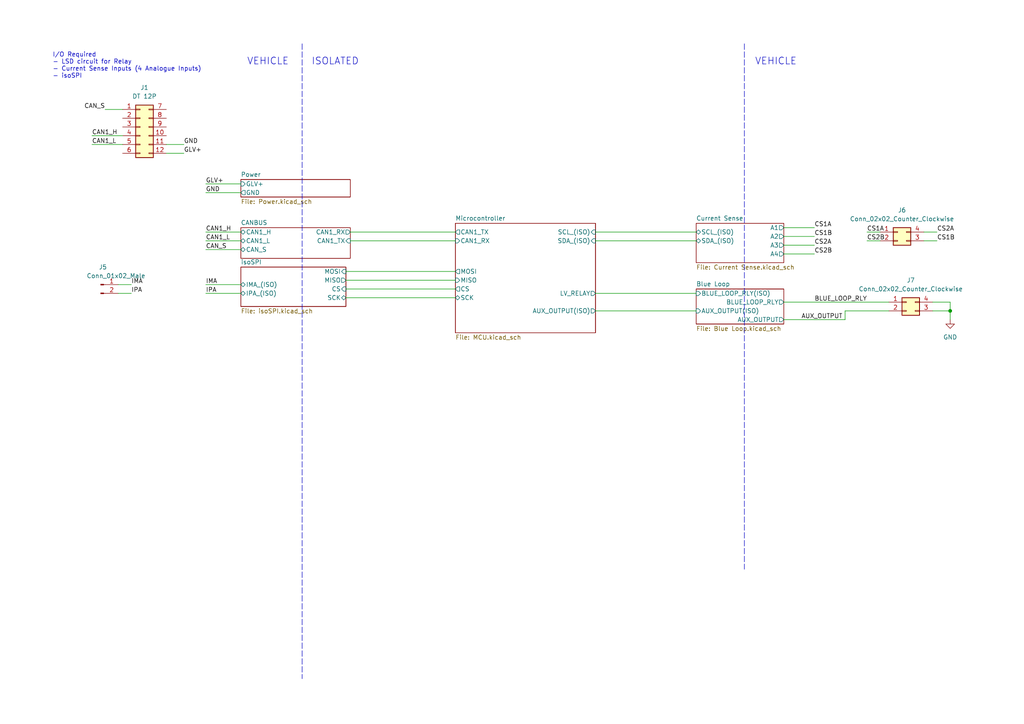
<source format=kicad_sch>
(kicad_sch (version 20211123) (generator eeschema)
  (paper "A4")
  (lib_symbols
    (symbol "Connector:Conn_01x02_Male" (pin_names (offset 1.016) hide)
      (property "Reference" "J" (at 0 2.54 0))
      (property "Value" "Conn_01x02_Male" (at 0 -5.08 0))
      (symbol "Conn_01x02_Male_1_1"
        (polyline (pts (xy 1.27 -2.54) (xy 0.8636 -2.54)) (stroke (width 0.1524)))
        (polyline (pts (xy 1.27 0) (xy 0.8636 0)) (stroke (width 0.1524)))
        (rectangle (start 0.8636 -2.413) (end 0 -2.667) (stroke (width 0.1524)) (fill (type outline)))
        (rectangle (start 0.8636 0.127) (end 0 -0.127) (stroke (width 0.1524)) (fill (type outline)))
        (pin passive line (at 5.08 0 180) (length 3.81) (name "Pin_1") (number "1"))
        (pin passive line (at 5.08 -2.54 180) (length 3.81) (name "Pin_2") (number "2"))
      )
    )
    (symbol "Connector_Generic:Conn_02x02_Counter_Clockwise" (pin_names (offset 1.016) hide)
      (property "Reference" "J" (at 1.27 2.54 0))
      (property "Value" "Conn_02x02_Counter_Clockwise" (at 1.27 -5.08 0))
      (symbol "Conn_02x02_Counter_Clockwise_1_1"
        (rectangle (start -1.27 -2.413) (end 0 -2.667) (stroke (width 0.1524)))
        (rectangle (start -1.27 0.127) (end 0 -0.127) (stroke (width 0.1524)))
        (rectangle (start -1.27 1.27) (end 3.81 -3.81) (stroke (width 0.254)) (fill (type background)))
        (rectangle (start 3.81 -2.413) (end 2.54 -2.667) (stroke (width 0.1524)))
        (rectangle (start 3.81 0.127) (end 2.54 -0.127) (stroke (width 0.1524)))
        (pin passive line (at -5.08 0 0) (length 3.81) (name "Pin_1") (number "1"))
        (pin passive line (at -5.08 -2.54 0) (length 3.81) (name "Pin_2") (number "2"))
        (pin passive line (at 7.62 -2.54 180) (length 3.81) (name "Pin_3") (number "3"))
        (pin passive line (at 7.62 0 180) (length 3.81) (name "Pin_4") (number "4"))
      )
    )
    (symbol "Connector_Generic:Conn_02x06_Top_Bottom" (pin_names (offset 1.016) hide)
      (property "Reference" "J" (at 1.27 7.62 0))
      (property "Value" "Conn_02x06_Top_Bottom" (at 1.27 -10.16 0))
      (symbol "Conn_02x06_Top_Bottom_1_1"
        (rectangle (start -1.27 -7.493) (end 0 -7.747) (stroke (width 0.1524)))
        (rectangle (start -1.27 -4.953) (end 0 -5.207) (stroke (width 0.1524)))
        (rectangle (start -1.27 -2.413) (end 0 -2.667) (stroke (width 0.1524)))
        (rectangle (start -1.27 0.127) (end 0 -0.127) (stroke (width 0.1524)))
        (rectangle (start -1.27 2.667) (end 0 2.413) (stroke (width 0.1524)))
        (rectangle (start -1.27 5.207) (end 0 4.953) (stroke (width 0.1524)))
        (rectangle (start -1.27 6.35) (end 3.81 -8.89) (stroke (width 0.254)) (fill (type background)))
        (rectangle (start 3.81 -7.493) (end 2.54 -7.747) (stroke (width 0.1524)))
        (rectangle (start 3.81 -4.953) (end 2.54 -5.207) (stroke (width 0.1524)))
        (rectangle (start 3.81 -2.413) (end 2.54 -2.667) (stroke (width 0.1524)))
        (rectangle (start 3.81 0.127) (end 2.54 -0.127) (stroke (width 0.1524)))
        (rectangle (start 3.81 2.667) (end 2.54 2.413) (stroke (width 0.1524)))
        (rectangle (start 3.81 5.207) (end 2.54 4.953) (stroke (width 0.1524)))
        (pin passive line (at -5.08 5.08 0) (length 3.81) (name "Pin_1") (number "1"))
        (pin passive line (at 7.62 -2.54 180) (length 3.81) (name "Pin_10") (number "10"))
        (pin passive line (at 7.62 -5.08 180) (length 3.81) (name "Pin_11") (number "11"))
        (pin passive line (at 7.62 -7.62 180) (length 3.81) (name "Pin_12") (number "12"))
        (pin passive line (at -5.08 2.54 0) (length 3.81) (name "Pin_2") (number "2"))
        (pin passive line (at -5.08 0 0) (length 3.81) (name "Pin_3") (number "3"))
        (pin passive line (at -5.08 -2.54 0) (length 3.81) (name "Pin_4") (number "4"))
        (pin passive line (at -5.08 -5.08 0) (length 3.81) (name "Pin_5") (number "5"))
        (pin passive line (at -5.08 -7.62 0) (length 3.81) (name "Pin_6") (number "6"))
        (pin passive line (at 7.62 5.08 180) (length 3.81) (name "Pin_7") (number "7"))
        (pin passive line (at 7.62 2.54 180) (length 3.81) (name "Pin_8") (number "8"))
        (pin passive line (at 7.62 0 180) (length 3.81) (name "Pin_9") (number "9"))
      )
    )
    (symbol "Custom Power:GND" (power) (pin_names (offset 0))
      (property "Value" "GND" (at 0 -3.81 0))
      (symbol "GND_0_1"
        (polyline (pts (xy 0 0) (xy 0 -1.27) (xy 1.27 -1.27) (xy 0 -2.54) (xy -1.27 -1.27) (xy 0 -1.27)))
      )
      (symbol "GND_1_1"
        (pin power_in line (at 0 0 270) (length 0) hide (name "GND") (number "1"))
      )
    )
  )
  (junction (at 275.59 90.17))
  (wire (pts (xy 267.97 69.85) (xy 271.78 69.85)))
  (wire (pts (xy 26.67 41.91) (xy 35.56 41.91)))
  (wire (pts (xy 172.72 69.85) (xy 201.93 69.85)))
  (wire (pts (xy 59.69 55.88) (xy 69.85 55.88)))
  (wire (pts (xy 257.81 90.17) (xy 245.11 90.17)))
  (wire (pts (xy 100.33 86.36) (xy 132.08 86.36)))
  (wire (pts (xy 30.48 31.75) (xy 35.56 31.75)))
  (wire (pts (xy 245.11 92.71) (xy 227.33 92.71)))
  (wire (pts (xy 227.33 87.63) (xy 257.81 87.63)))
  (wire (pts (xy 227.33 66.04) (xy 236.22 66.04)))
  (wire (pts (xy 227.33 71.12) (xy 236.22 71.12)))
  (wire (pts (xy 270.51 87.63) (xy 275.59 87.63)))
  (wire (pts (xy 48.26 41.91) (xy 53.34 41.91)))
  (wire (pts (xy 275.59 87.63) (xy 275.59 90.17)))
  (wire (pts (xy 172.72 90.17) (xy 201.93 90.17)))
  (wire (pts (xy 59.69 85.09) (xy 69.85 85.09)))
  (wire (pts (xy 251.46 69.85) (xy 255.27 69.85)))
  (wire (pts (xy 267.97 67.31) (xy 271.78 67.31)))
  (wire (pts (xy 172.72 67.31) (xy 201.93 67.31)))
  (wire (pts (xy 251.46 67.31) (xy 255.27 67.31)))
  (polyline (pts (xy 215.9 12.7) (xy 215.9 165.1)))
  (wire (pts (xy 100.33 78.74) (xy 132.08 78.74)))
  (wire (pts (xy 227.33 73.66) (xy 236.22 73.66)))
  (polyline (pts (xy 87.63 12.7) (xy 87.63 196.85)))
  (wire (pts (xy 275.59 90.17) (xy 275.59 92.71)))
  (wire (pts (xy 101.6 67.31) (xy 132.08 67.31)))
  (wire (pts (xy 59.69 82.55) (xy 69.85 82.55)))
  (wire (pts (xy 227.33 68.58) (xy 236.22 68.58)))
  (wire (pts (xy 245.11 90.17) (xy 245.11 92.71)))
  (wire (pts (xy 100.33 83.82) (xy 132.08 83.82)))
  (wire (pts (xy 38.1 82.55) (xy 34.29 82.55)))
  (wire (pts (xy 59.69 53.34) (xy 69.85 53.34)))
  (wire (pts (xy 59.69 72.39) (xy 69.85 72.39)))
  (wire (pts (xy 172.72 85.09) (xy 201.93 85.09)))
  (wire (pts (xy 26.67 39.37) (xy 35.56 39.37)))
  (wire (pts (xy 38.1 85.09) (xy 34.29 85.09)))
  (wire (pts (xy 100.33 81.28) (xy 132.08 81.28)))
  (wire (pts (xy 101.6 69.85) (xy 132.08 69.85)))
  (wire (pts (xy 59.69 69.85) (xy 69.85 69.85)))
  (wire (pts (xy 270.51 90.17) (xy 275.59 90.17)))
  (wire (pts (xy 59.69 67.31) (xy 69.85 67.31)))
  (wire (pts (xy 48.26 44.45) (xy 53.34 44.45)))
  (text "I/O Required\n- LSD circuit for Relay\n- Current Sense Inputs (4 Analogue Inputs)\n- isoSPI" (at 15.24 22.86 0) (effects (font (size 1.27 1.27)) (justify left bottom)))
  (text "VEHICLE" (at 83.82 19.05 180) (effects (font (size 2 2)) (justify right bottom)))
  (text "VEHICLE" (at 231.14 19.05 180) (effects (font (size 2 2)) (justify right bottom)))
  (text "ISOLATED" (at 104.14 19.05 180) (effects (font (size 2 2)) (justify right bottom)))
  (label "CS2B" (at 236.22 73.66 0))
  (label "CS1B" (at 236.22 68.58 0))
  (label "CS2A" (at 236.22 71.12 0))
  (label "AUX_OUTPUT" (at 232.41 92.71 0))
  (label "BLUE_LOOP_RLY" (at 236.22 87.63 0))
  (label "CAN1_H" (at 26.67 39.37 0))
  (label "CS1A" (at 236.22 66.04 0))
  (label "IPA" (at 38.1 85.09 0))
  (label "IMA" (at 59.69 82.55 0))
  (label "IMA" (at 38.1 82.55 0))
  (label "CAN_S" (at 30.48 31.75 180))
  (label "GLV+" (at 59.69 53.34 0))
  (label "CS1A" (at 251.46 67.31 0))
  (label "CAN1_L" (at 59.69 69.85 0))
  (label "CS2B" (at 251.46 69.85 0))
  (label "CS2A" (at 271.78 67.31 0))
  (label "CS1B" (at 271.78 69.85 0))
  (label "CAN_S" (at 59.69 72.39 0))
  (label "GND" (at 53.34 41.91 0))
  (label "CAN1_H" (at 59.69 67.31 0))
  (label "CAN1_L" (at 26.67 41.91 0))
  (label "IPA" (at 59.69 85.09 0))
  (label "GND" (at 59.69 55.88 0))
  (label "GLV+" (at 53.34 44.45 0))
  (symbol (lib_id "Connector_Generic:Conn_02x02_Counter_Clockwise") (at 262.89 87.63 0) (unit 1)
    (property "Reference" "J7" (at 264.16 81.28 0))
    (property "Value" "Conn_02x02_Counter_Clockwise" (at 264.16 83.82 0))
    (property "Footprint" "Connector_Molex:Molex_Mini-Fit_Jr_5566-04A_2x02_P4.20mm_Vertical" (effects hide))
  )
  (symbol (lib_id "Connector_Generic:Conn_02x02_Counter_Clockwise") (at 260.35 67.31 0) (unit 1)
    (property "Reference" "J6" (at 261.62 60.96 0))
    (property "Value" "Conn_02x02_Counter_Clockwise" (at 261.62 63.5 0))
    (property "Footprint" "Connector_Molex:Molex_Mini-Fit_Jr_5566-04A_2x02_P4.20mm_Vertical" (effects hide))
  )
  (symbol (lib_id "Connector_Generic:Conn_02x06_Top_Bottom") (at 40.64 36.83 0) (unit 1)
    (property "Reference" "J1" (at 41.91 25.4 0))
    (property "Value" "DT 12P" (at 41.91 27.94 0))
    (property "Footprint" "BMS_Library:DT12-PCB PIN" (effects hide))
  )
  (symbol (lib_id "Connector:Conn_01x02_Male") (at 29.21 82.55 0) (unit 1)
    (property "Reference" "J5" (at 29.845 77.47 0))
    (property "Value" "Conn_01x02_Male" (at 33.655 80.01 0))
    (property "Footprint" "Connector_Molex:Molex_Mini-Fit_Jr_5566-02A_2x01_P4.20mm_Vertical" (effects hide))
  )
  (symbol (lib_id "Custom Power:GND") (at 275.59 92.71 0) (unit 1)
    (property "Reference" "#PWR0179" (effects hide))
    (property "Value" "GND" (at 275.59 97.79 0))
  )
  (sheet (at 201.93 64.77) (size 25.4 11.43) (stroke (width 0.1524))
    (property "Sheet name" "Current Sense" (at 201.93 64.0584 0) (effects (justify left bottom)))
    (property "Sheet file" "Current Sense.kicad_sch" (at 201.93 76.7846 0) (effects (justify left top)))
    (pin "SCL_(ISO)" bidirectional (at 201.93 67.31 180))
    (pin "SDA_(ISO)" bidirectional (at 201.93 69.85 180))
    (pin "A1" output (at 227.33 66.04 0))
    (pin "A3" output (at 227.33 71.12 0))
    (pin "A2" output (at 227.33 68.58 0))
    (pin "A4" output (at 227.33 73.66 0))
  )
  (sheet (at 201.93 83.82) (size 25.4 10.16) (stroke (width 0.1524))
    (property "Sheet name" "Blue Loop" (at 201.93 83.1084 0) (effects (justify left bottom)))
    (property "Sheet file" "Blue Loop.kicad_sch" (at 201.93 94.5646 0) (effects (justify left top)))
    (pin "BLUE_LOOP_RLY" output (at 227.33 87.63 0))
    (pin "BLUE_LOOP_RLY(ISO)" input (at 201.93 85.09 180))
    (pin "AUX_OUTPUT" output (at 227.33 92.71 0))
    (pin "AUX_OUTPUT(ISO)" input (at 201.93 90.17 180))
  )
  (sheet (at 69.85 52.07) (size 31.75 5.08) (stroke (width 0.1524))
    (property "Sheet name" "Power" (at 69.85 51.3584 0) (effects (justify left bottom)))
    (property "Sheet file" "Power.kicad_sch" (at 69.85 57.7346 0) (effects (justify left top)))
    (pin "GND" output (at 69.85 55.88 180))
    (pin "GLV+" input (at 69.85 53.34 180))
  )
  (sheet (at 69.85 77.47) (size 30.48 11.43) (stroke (width 0.1524))
    (property "Sheet name" "isoSPI" (at 69.85 76.7584 0) (effects (justify left bottom)))
    (property "Sheet file" "isoSPI.kicad_sch" (at 69.85 89.4846 0) (effects (justify left top)))
    (pin "IPA_(ISO)" bidirectional (at 69.85 85.09 180))
    (pin "IMA_(ISO)" bidirectional (at 69.85 82.55 180))
    (pin "SCK" bidirectional (at 100.33 86.36 0))
    (pin "CS" input (at 100.33 83.82 0))
    (pin "MISO" output (at 100.33 81.28 0))
    (pin "MOSI" input (at 100.33 78.74 0))
  )
  (sheet (at 69.85 66.04) (size 31.75 8.89) (stroke (width 0.1524))
    (property "Sheet name" "CANBUS" (at 69.85 65.3284 0) (effects (justify left bottom)))
    (property "Sheet file" "CANBUS.kicad_sch" (at 69.85 75.0066 0) (effects (font (size 0 0)) (justify left top)))
    (pin "CAN1_H" bidirectional (at 69.85 67.31 180))
    (pin "CAN_S" bidirectional (at 69.85 72.39 180))
    (pin "CAN1_L" bidirectional (at 69.85 69.85 180))
    (pin "CAN1_RX" output (at 101.6 67.31 0))
    (pin "CAN1_TX" input (at 101.6 69.85 0))
  )
  (sheet (at 132.08 64.77) (size 40.64 31.75) (stroke (width 0.1524))
    (property "Sheet name" "Microcontroller" (at 132.08 64.0584 0) (effects (justify left bottom)))
    (property "Sheet file" "MCU.kicad_sch" (at 132.08 97.1046 0) (effects (justify left top)))
    (pin "MOSI" output (at 132.08 78.74 180))
    (pin "SCK" bidirectional (at 132.08 86.36 180))
    (pin "MISO" input (at 132.08 81.28 180))
    (pin "CAN1_TX" output (at 132.08 67.31 180))
    (pin "CS" output (at 132.08 83.82 180))
    (pin "CAN1_RX" input (at 132.08 69.85 180))
    (pin "SCL_(ISO)" input (at 172.72 67.31 0))
    (pin "SDA_(ISO)" input (at 172.72 69.85 0))
    (pin "LV_RELAY" output (at 172.72 85.09 0))
    (pin "AUX_OUTPUT(ISO)" output (at 172.72 90.17 0))
  )
)
</source>
